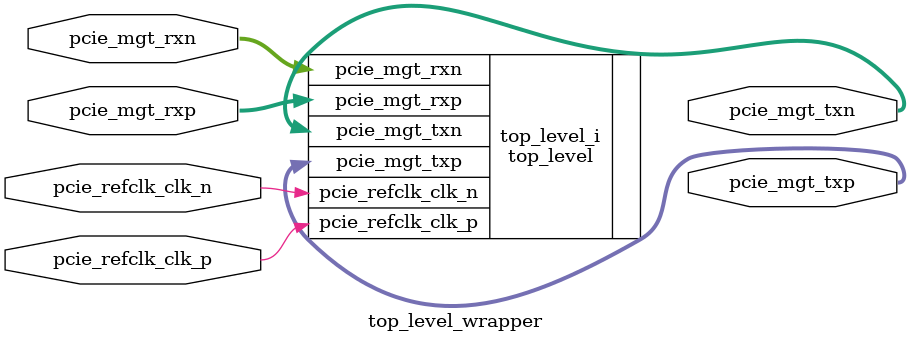
<source format=v>
`timescale 1 ps / 1 ps

module top_level_wrapper
   (pcie_mgt_rxn,
    pcie_mgt_rxp,
    pcie_mgt_txn,
    pcie_mgt_txp,
    pcie_refclk_clk_n,
    pcie_refclk_clk_p);
  input [15:0]pcie_mgt_rxn;
  input [15:0]pcie_mgt_rxp;
  output [15:0]pcie_mgt_txn;
  output [15:0]pcie_mgt_txp;
  input [0:0]pcie_refclk_clk_n;
  input [0:0]pcie_refclk_clk_p;

  wire [15:0]pcie_mgt_rxn;
  wire [15:0]pcie_mgt_rxp;
  wire [15:0]pcie_mgt_txn;
  wire [15:0]pcie_mgt_txp;
  wire [0:0]pcie_refclk_clk_n;
  wire [0:0]pcie_refclk_clk_p;

  top_level top_level_i
       (.pcie_mgt_rxn(pcie_mgt_rxn),
        .pcie_mgt_rxp(pcie_mgt_rxp),
        .pcie_mgt_txn(pcie_mgt_txn),
        .pcie_mgt_txp(pcie_mgt_txp),
        .pcie_refclk_clk_n(pcie_refclk_clk_n),
        .pcie_refclk_clk_p(pcie_refclk_clk_p));
endmodule

</source>
